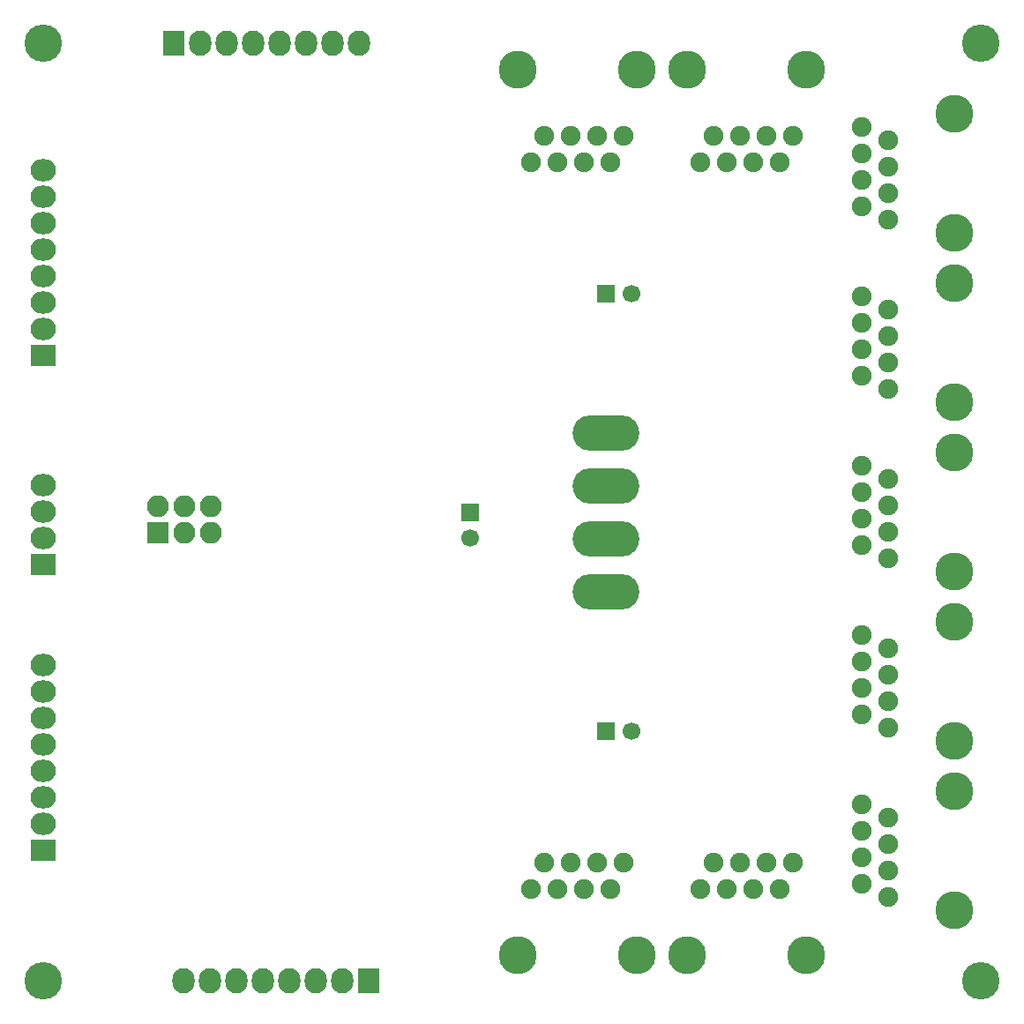
<source format=gbs>
G04 #@! TF.FileFunction,Soldermask,Bot*
%FSLAX46Y46*%
G04 Gerber Fmt 4.6, Leading zero omitted, Abs format (unit mm)*
G04 Created by KiCad (PCBNEW 4.0.7-e2-6376~58~ubuntu17.04.1) date Sun Oct 29 20:56:10 2017*
%MOMM*%
%LPD*%
G01*
G04 APERTURE LIST*
%ADD10C,0.100000*%
%ADD11R,2.432000X2.127200*%
%ADD12O,2.432000X2.127200*%
%ADD13R,2.127200X2.432000*%
%ADD14O,2.127200X2.432000*%
%ADD15C,1.700000*%
%ADD16R,1.700000X1.700000*%
%ADD17O,6.400000X3.400000*%
%ADD18C,3.650000*%
%ADD19C,1.900000*%
%ADD20R,2.100000X2.100000*%
%ADD21O,2.100000X2.100000*%
%ADD22C,3.600000*%
G04 APERTURE END LIST*
D10*
D11*
X25000000Y-102500000D03*
D12*
X25000000Y-99960000D03*
X25000000Y-97420000D03*
X25000000Y-94880000D03*
X25000000Y-92340000D03*
X25000000Y-89800000D03*
X25000000Y-87260000D03*
X25000000Y-84720000D03*
D13*
X56250000Y-115000000D03*
D14*
X53710000Y-115000000D03*
X51170000Y-115000000D03*
X48630000Y-115000000D03*
X46090000Y-115000000D03*
X43550000Y-115000000D03*
X41010000Y-115000000D03*
X38470000Y-115000000D03*
D13*
X37500000Y-25000000D03*
D14*
X40040000Y-25000000D03*
X42580000Y-25000000D03*
X45120000Y-25000000D03*
X47660000Y-25000000D03*
X50200000Y-25000000D03*
X52740000Y-25000000D03*
X55280000Y-25000000D03*
D11*
X25000000Y-75000000D03*
D12*
X25000000Y-72460000D03*
X25000000Y-69920000D03*
X25000000Y-67380000D03*
D11*
X25000000Y-55000000D03*
D12*
X25000000Y-52460000D03*
X25000000Y-49920000D03*
X25000000Y-47380000D03*
X25000000Y-44840000D03*
X25000000Y-42300000D03*
X25000000Y-39760000D03*
X25000000Y-37220000D03*
D15*
X81500000Y-91000000D03*
D16*
X79000000Y-91000000D03*
D15*
X81500000Y-49000000D03*
D16*
X79000000Y-49000000D03*
D17*
X79000000Y-67460000D03*
X79000000Y-62380000D03*
X79000000Y-72540000D03*
X79000000Y-77620000D03*
D15*
X66000000Y-72500000D03*
D16*
X66000000Y-70000000D03*
D18*
X112500000Y-96785000D03*
X112500000Y-108215000D03*
D19*
X103610000Y-98055000D03*
X106150000Y-99325000D03*
X103610000Y-100595000D03*
X106150000Y-101865000D03*
X103610000Y-103135000D03*
X106150000Y-104405000D03*
X103610000Y-105675000D03*
X106150000Y-106945000D03*
D18*
X98215000Y-112500000D03*
X86785000Y-112500000D03*
D19*
X96945000Y-103610000D03*
X95675000Y-106150000D03*
X94405000Y-103610000D03*
X93135000Y-106150000D03*
X91865000Y-103610000D03*
X90595000Y-106150000D03*
X89325000Y-103610000D03*
X88055000Y-106150000D03*
D18*
X112500000Y-64285000D03*
X112500000Y-75715000D03*
D19*
X103610000Y-65555000D03*
X106150000Y-66825000D03*
X103610000Y-68095000D03*
X106150000Y-69365000D03*
X103610000Y-70635000D03*
X106150000Y-71905000D03*
X103610000Y-73175000D03*
X106150000Y-74445000D03*
D18*
X112500000Y-80535000D03*
X112500000Y-91965000D03*
D19*
X103610000Y-81805000D03*
X106150000Y-83075000D03*
X103610000Y-84345000D03*
X106150000Y-85615000D03*
X103610000Y-86885000D03*
X106150000Y-88155000D03*
X103610000Y-89425000D03*
X106150000Y-90695000D03*
D18*
X81965000Y-112500000D03*
X70535000Y-112500000D03*
D19*
X80695000Y-103610000D03*
X79425000Y-106150000D03*
X78155000Y-103610000D03*
X76885000Y-106150000D03*
X75615000Y-103610000D03*
X74345000Y-106150000D03*
X73075000Y-103610000D03*
X71805000Y-106150000D03*
D18*
X112500000Y-48035000D03*
X112500000Y-59465000D03*
D19*
X103610000Y-49305000D03*
X106150000Y-50575000D03*
X103610000Y-51845000D03*
X106150000Y-53115000D03*
X103610000Y-54385000D03*
X106150000Y-55655000D03*
X103610000Y-56925000D03*
X106150000Y-58195000D03*
D18*
X112500000Y-31785000D03*
X112500000Y-43215000D03*
D19*
X103610000Y-33055000D03*
X106150000Y-34325000D03*
X103610000Y-35595000D03*
X106150000Y-36865000D03*
X103610000Y-38135000D03*
X106150000Y-39405000D03*
X103610000Y-40675000D03*
X106150000Y-41945000D03*
D18*
X70535000Y-27500000D03*
X81965000Y-27500000D03*
D19*
X71805000Y-36390000D03*
X73075000Y-33850000D03*
X74345000Y-36390000D03*
X75615000Y-33850000D03*
X76885000Y-36390000D03*
X78155000Y-33850000D03*
X79425000Y-36390000D03*
X80695000Y-33850000D03*
D18*
X86785000Y-27500000D03*
X98215000Y-27500000D03*
D19*
X88055000Y-36390000D03*
X89325000Y-33850000D03*
X90595000Y-36390000D03*
X91865000Y-33850000D03*
X93135000Y-36390000D03*
X94405000Y-33850000D03*
X95675000Y-36390000D03*
X96945000Y-33850000D03*
D20*
X36000000Y-72000000D03*
D21*
X36000000Y-69460000D03*
X38540000Y-72000000D03*
X38540000Y-69460000D03*
X41080000Y-72000000D03*
X41080000Y-69460000D03*
D22*
X115000000Y-25000000D03*
X25000000Y-25000000D03*
X25000000Y-115000000D03*
X115000000Y-115000000D03*
M02*

</source>
